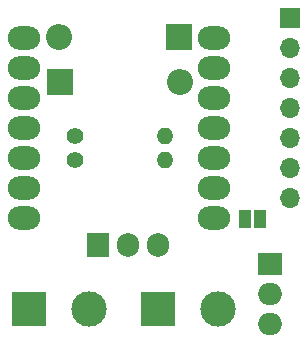
<source format=gbr>
%TF.GenerationSoftware,KiCad,Pcbnew,(6.0.7)*%
%TF.CreationDate,2023-04-07T13:33:32+02:00*%
%TF.ProjectId,RFID_PCB_Final,52464944-5f50-4434-925f-46696e616c2e,rev?*%
%TF.SameCoordinates,Original*%
%TF.FileFunction,Soldermask,Top*%
%TF.FilePolarity,Negative*%
%FSLAX46Y46*%
G04 Gerber Fmt 4.6, Leading zero omitted, Abs format (unit mm)*
G04 Created by KiCad (PCBNEW (6.0.7)) date 2023-04-07 13:33:32*
%MOMM*%
%LPD*%
G01*
G04 APERTURE LIST*
G04 Aperture macros list*
%AMRoundRect*
0 Rectangle with rounded corners*
0 $1 Rounding radius*
0 $2 $3 $4 $5 $6 $7 $8 $9 X,Y pos of 4 corners*
0 Add a 4 corners polygon primitive as box body*
4,1,4,$2,$3,$4,$5,$6,$7,$8,$9,$2,$3,0*
0 Add four circle primitives for the rounded corners*
1,1,$1+$1,$2,$3*
1,1,$1+$1,$4,$5*
1,1,$1+$1,$6,$7*
1,1,$1+$1,$8,$9*
0 Add four rect primitives between the rounded corners*
20,1,$1+$1,$2,$3,$4,$5,0*
20,1,$1+$1,$4,$5,$6,$7,0*
20,1,$1+$1,$6,$7,$8,$9,0*
20,1,$1+$1,$8,$9,$2,$3,0*%
G04 Aperture macros list end*
%ADD10R,3.000000X3.000000*%
%ADD11C,3.000000*%
%ADD12R,1.905000X2.000000*%
%ADD13O,1.905000X2.000000*%
%ADD14R,2.200000X2.200000*%
%ADD15O,2.200000X2.200000*%
%ADD16R,2.000000X1.905000*%
%ADD17O,2.000000X1.905000*%
%ADD18R,1.000000X1.500000*%
%ADD19C,1.400000*%
%ADD20O,1.400000X1.400000*%
%ADD21RoundRect,1.000000X-0.375000X0.000000X0.375000X0.000000X0.375000X0.000000X-0.375000X0.000000X0*%
%ADD22R,1.700000X1.700000*%
%ADD23O,1.700000X1.700000*%
G04 APERTURE END LIST*
D10*
%TO.C,J2*%
X90170000Y-114300000D03*
D11*
X95250000Y-114300000D03*
%TD*%
D12*
%TO.C,U2*%
X85090000Y-108895000D03*
D13*
X87630000Y-108895000D03*
X90170000Y-108895000D03*
%TD*%
D14*
%TO.C,D1*%
X91948000Y-91313000D03*
D15*
X81788000Y-91313000D03*
%TD*%
D16*
%TO.C,Q1*%
X99639000Y-110490000D03*
D17*
X99639000Y-113030000D03*
X99639000Y-115570000D03*
%TD*%
D10*
%TO.C,J1*%
X79248000Y-114300000D03*
D11*
X84328000Y-114300000D03*
%TD*%
D18*
%TO.C,JP1*%
X97521000Y-106680000D03*
X98821000Y-106680000D03*
%TD*%
D19*
%TO.C,R1*%
X83185000Y-99695000D03*
D20*
X90805000Y-99695000D03*
%TD*%
D14*
%TO.C,D2*%
X81915000Y-95123000D03*
D15*
X92075000Y-95123000D03*
%TD*%
D21*
%TO.C,U1*%
X78813000Y-91354000D03*
X78813000Y-93894000D03*
X78813000Y-96434000D03*
X78813000Y-98974000D03*
X78813000Y-101514000D03*
X78813000Y-104054000D03*
X78813000Y-106594000D03*
X94978000Y-106594000D03*
X94978000Y-104054000D03*
X94978000Y-101514000D03*
X94978000Y-98974000D03*
X94978000Y-96434000D03*
X94978000Y-93894000D03*
X94978000Y-91354000D03*
%TD*%
D19*
%TO.C,R2*%
X83185000Y-101727000D03*
D20*
X90805000Y-101727000D03*
%TD*%
D22*
%TO.C,J9*%
X101346000Y-89662000D03*
D23*
X101346000Y-92202000D03*
X101346000Y-94742000D03*
X101346000Y-97282000D03*
X101346000Y-99822000D03*
X101346000Y-102362000D03*
X101346000Y-104902000D03*
%TD*%
M02*

</source>
